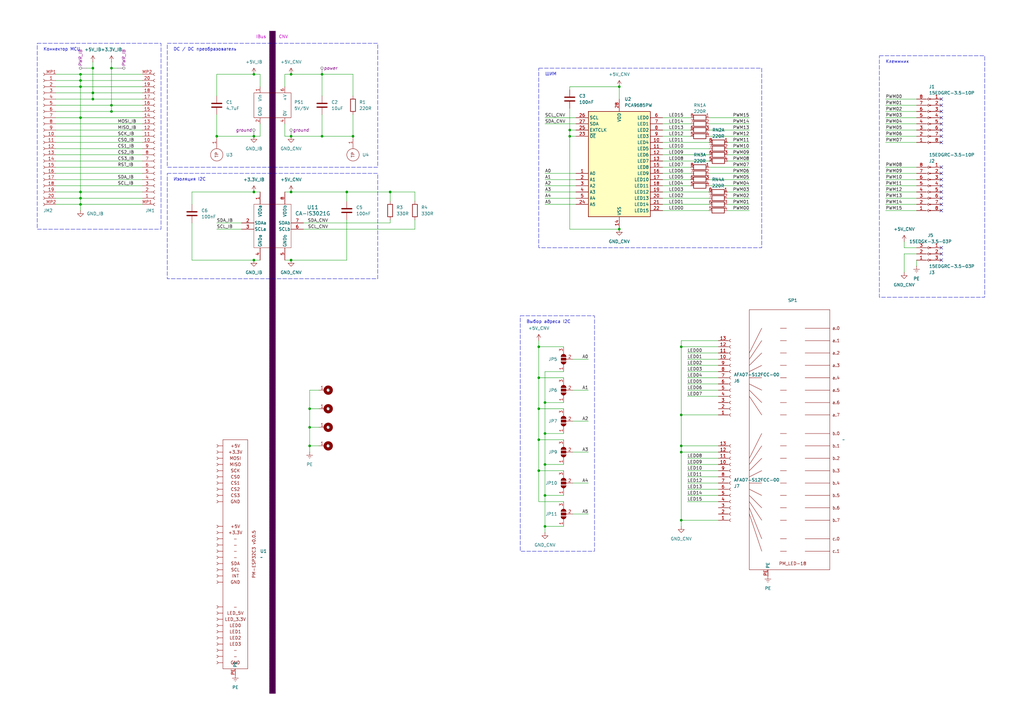
<source format=kicad_sch>
(kicad_sch (version 20250114) (generator "eeschema") (generator_version "9.0")
  (paper "A3")
  (title_block (title "${article} v${version}"))
  (rectangle (start 220.98 27.94) (end 312.42 101.6) (stroke (width 0) (type dash)))
  (rectangle (start 110.49 12.7) (end 113.03 284.48) (stroke (width 0) (type dot) (color 72 0 72 1)) (fill (type color) (color 72 0 72 1)))
  (rectangle (start 15.24 17.78) (end 66.04 93.98) (stroke (width 0) (type dash)))
  (rectangle (start 68.58 71.12) (end 154.94 114.3) (stroke (width 0) (type dash)))
  (rectangle (start 213.36 129.54) (end 243.84 226.06) (stroke (width 0) (type dash)))
  (rectangle (start 360.68 22.86) (end 403.86 121.92) (stroke (width 0) (type dash)))
  (rectangle (start 68.58 17.78) (end 154.94 68.58) (stroke (width 0) (type dash)))
  (text "ШИМ" (at 223.52 30.48 0) (effects (font (size 1.27 1.27)) (justify left)))
  (text "IBus" (at 109.22 15.24 0) (effects (font (size 1.27 1.27)) (justify right)))
  (text "DC / DC преобразователь" (at 71.12 20.32 0) (effects (font (size 1.27 1.27)) (justify left)))
  (text "Клеммник" (at 363.22 25.4 0) (effects (font (size 1.27 1.27)) (justify left)))
  (text "Выбор адреса I2C" (at 215.9 132.08 0) (effects (font (size 1.27 1.27)) (justify left)))
  (text "CNV" (at 114.3 15.24 0) (effects (font (size 1.27 1.27)) (justify left)))
  (text "Коннектор MCU" (at 17.78 20.32 0) (effects (font (size 1.27 1.27)) (justify left)))
  (text "Изоляция I2C" (at 71.12 73.66 0) (effects (font (size 1.27 1.27)) (justify left)))
  (junction (at 119.38 30.48))
  (junction (at 104.14 106.68))
  (junction (at 220.98 180.34))
  (junction (at 132.08 55.88))
  (junction (at 38.1 38.1))
  (junction (at 223.52 203.2))
  (junction (at 104.14 78.74))
  (junction (at 33.02 35.56))
  (junction (at 233.68 53.34))
  (junction (at 233.68 55.88))
  (junction (at 127 175.26))
  (junction (at 104.14 30.48))
  (junction (at 220.98 167.64))
  (junction (at 132.08 30.48))
  (junction (at 127 182.88))
  (junction (at 104.14 55.88))
  (junction (at 279.4 213.36))
  (junction (at 119.38 106.68))
  (junction (at 144.78 55.88))
  (junction (at 223.52 177.8))
  (junction (at 45.72 45.72))
  (junction (at 279.4 185.42))
  (junction (at 279.4 182.88))
  (junction (at 119.38 55.88))
  (junction (at 220.98 154.94))
  (junction (at 279.4 142.24))
  (junction (at 220.98 142.24))
  (junction (at 33.02 83.82))
  (junction (at 88.9 55.88))
  (junction (at 254 93.98))
  (junction (at 119.38 78.74))
  (junction (at 33.02 33.02))
  (junction (at 160.02 78.74))
  (junction (at 223.52 215.9))
  (junction (at 127 167.64))
  (junction (at 45.72 27.94))
  (junction (at 279.4 170.18))
  (junction (at 142.24 78.74))
  (junction (at 254 35.56))
  (junction (at 220.98 193.04))
  (junction (at 33.02 48.26))
  (junction (at 223.52 190.5))
  (junction (at 223.52 165.1))
  (junction (at 33.02 78.74))
  (junction (at 33.02 30.48))
  (junction (at 38.1 27.94))
  (junction (at 45.72 43.18))
  (junction (at 33.02 81.28))
  (junction (at 38.1 40.64))
  (no_connect (at 386.08 76.2))
  (no_connect (at 386.08 43.18))
  (no_connect (at 386.08 86.36))
  (no_connect (at 386.08 101.6))
  (no_connect (at 386.08 78.74))
  (no_connect (at 386.08 83.82))
  (no_connect (at 386.08 81.28))
  (no_connect (at 386.08 55.88))
  (no_connect (at 386.08 45.72))
  (no_connect (at 386.08 53.34))
  (no_connect (at 386.08 50.8))
  (no_connect (at 386.08 68.58))
  (no_connect (at 386.08 106.68))
  (no_connect (at 386.08 73.66))
  (no_connect (at 386.08 48.26))
  (no_connect (at 386.08 58.42))
  (no_connect (at 386.08 40.64))
  (no_connect (at 386.08 71.12))
  (no_connect (at 386.08 104.14))
  (wire (pts (xy 127 182.88) (xy 130.81 182.88)))
  (wire (pts (xy 104.14 30.48) (xy 106.68 30.48)))
  (wire (pts (xy 33.02 35.56) (xy 33.02 48.26)))
  (wire (pts (xy 234.95 185.42) (xy 241.3 185.42)))
  (wire (pts (xy 271.78 58.42) (xy 290.83 58.42)))
  (wire (pts (xy 22.86 71.12) (xy 58.42 71.12)))
  (wire (pts (xy 298.45 66.04) (xy 307.34 66.04)))
  (wire (pts (xy 231.14 190.5) (xy 223.52 190.5)))
  (wire (pts (xy 271.78 55.88) (xy 283.21 55.88)))
  (wire (pts (xy 88.9 93.98) (xy 99.06 93.98)))
  (wire (pts (xy 363.22 43.18) (xy 375.92 43.18)))
  (wire (pts (xy 88.9 30.48) (xy 104.14 30.48)))
  (wire (pts (xy 33.02 83.82) (xy 58.42 83.82)))
  (wire (pts (xy 290.83 71.12) (xy 307.34 71.12)))
  (wire (pts (xy 231.14 154.94) (xy 220.98 154.94)))
  (wire (pts (xy 298.3511 81.28) (xy 307.34 81.28)))
  (wire (pts (xy 223.52 71.12) (xy 236.22 71.12)))
  (wire (pts (xy 279.4 185.42) (xy 279.4 213.36)))
  (wire (pts (xy 298.3511 78.74) (xy 307.34 78.74)))
  (wire (pts (xy 22.86 38.1) (xy 38.1 38.1)))
  (wire (pts (xy 375.92 106.68) (xy 375.92 109.22)))
  (wire (pts (xy 160.02 90.17) (xy 160.02 91.44)))
  (wire (pts (xy 271.78 76.2) (xy 283.21 76.2)))
  (wire (pts (xy 38.1 38.1) (xy 38.1 40.64)))
  (wire (pts (xy 132.08 46.99) (xy 132.08 55.88)))
  (wire (pts (xy 220.98 154.94) (xy 220.98 142.24)))
  (wire (pts (xy 223.52 190.5) (xy 223.52 203.2)))
  (wire (pts (xy 22.86 35.56) (xy 33.02 35.56)))
  (wire (pts (xy 116.84 30.48) (xy 116.84 35.56)))
  (wire (pts (xy 22.86 55.88) (xy 58.42 55.88)))
  (wire (pts (xy 363.22 83.82) (xy 375.92 83.82)))
  (wire (pts (xy 290.83 68.58) (xy 307.34 68.58)))
  (wire (pts (xy 223.52 50.8) (xy 236.22 50.8)))
  (wire (pts (xy 375.92 104.14) (xy 370.84 104.14)))
  (wire (pts (xy 233.68 93.98) (xy 254 93.98)))
  (wire (pts (xy 271.78 53.34) (xy 283.21 53.34)))
  (wire (pts (xy 106.68 50.8) (xy 106.68 55.88)))
  (wire (pts (xy 160.02 78.74) (xy 160.02 82.55)))
  (wire (pts (xy 116.84 55.88) (xy 119.38 55.88)))
  (wire (pts (xy 22.86 53.34) (xy 58.42 53.34)))
  (wire (pts (xy 370.84 104.14) (xy 370.84 111.76)))
  (wire (pts (xy 271.78 50.8) (xy 283.21 50.8)))
  (wire (pts (xy 33.02 81.28) (xy 33.02 83.82)))
  (wire (pts (xy 290.83 48.26) (xy 307.34 48.26)))
  (wire (pts (xy 142.24 82.55) (xy 142.24 78.74)))
  (wire (pts (xy 279.4 139.7) (xy 279.4 142.24)))
  (wire (pts (xy 116.84 78.74) (xy 119.38 78.74)))
  (wire (pts (xy 298.3511 86.36) (xy 307.34 86.36)))
  (wire (pts (xy 231.14 165.1) (xy 223.52 165.1)))
  (wire (pts (xy 144.78 39.37) (xy 144.78 30.48)))
  (wire (pts (xy 223.52 73.66) (xy 236.22 73.66)))
  (wire (pts (xy 88.9 39.37) (xy 88.9 30.48)))
  (wire (pts (xy 271.78 63.5) (xy 290.83 63.5)))
  (wire (pts (xy 33.02 81.28) (xy 58.42 81.28)))
  (wire (pts (xy 33.02 78.74) (xy 58.42 78.74)))
  (wire (pts (xy 33.02 78.74) (xy 33.02 81.28)))
  (wire (pts (xy 363.22 73.66) (xy 375.92 73.66)))
  (wire (pts (xy 38.1 40.64) (xy 58.42 40.64)))
  (wire (pts (xy 78.74 91.44) (xy 78.74 106.68)))
  (wire (pts (xy 22.86 78.74) (xy 33.02 78.74)))
  (wire (pts (xy 294.64 170.18) (xy 279.4 170.18)))
  (wire (pts (xy 45.72 27.94) (xy 45.72 43.18)))
  (wire (pts (xy 236.22 53.34) (xy 233.68 53.34)))
  (wire (pts (xy 119.38 30.48) (xy 132.08 30.48)))
  (wire (pts (xy 38.1 25.4) (xy 38.1 27.94)))
  (wire (pts (xy 254 35.56) (xy 254 40.64)))
  (wire (pts (xy 223.52 177.8) (xy 223.52 190.5)))
  (wire (pts (xy 223.52 215.9) (xy 223.52 218.44)))
  (wire (pts (xy 220.98 193.04) (xy 220.98 205.74)))
  (wire (pts (xy 130.81 160.02) (xy 127 160.02)))
  (wire (pts (xy 231.14 205.74) (xy 220.98 205.74)))
  (wire (pts (xy 363.22 76.2) (xy 375.92 76.2)))
  (wire (pts (xy 281.94 160.02) (xy 294.64 160.02)))
  (wire (pts (xy 22.86 68.58) (xy 58.42 68.58)))
  (wire (pts (xy 363.22 55.88) (xy 375.92 55.88)))
  (wire (pts (xy 223.52 83.82) (xy 236.22 83.82)))
  (wire (pts (xy 279.4 182.88) (xy 279.4 185.42)))
  (wire (pts (xy 279.4 170.18) (xy 279.4 182.88)))
  (wire (pts (xy 33.02 33.02) (xy 58.42 33.02)))
  (wire (pts (xy 106.68 106.68) (xy 104.14 106.68)))
  (wire (pts (xy 281.94 157.48) (xy 294.64 157.48)))
  (wire (pts (xy 271.78 48.26) (xy 283.21 48.26)))
  (wire (pts (xy 271.78 68.58) (xy 283.21 68.58)))
  (wire (pts (xy 281.94 198.12) (xy 294.64 198.12)))
  (wire (pts (xy 144.78 46.99) (xy 144.78 55.88)))
  (wire (pts (xy 119.38 55.88) (xy 132.08 55.88)))
  (wire (pts (xy 142.24 90.17) (xy 142.24 106.68)))
  (wire (pts (xy 220.98 167.64) (xy 220.98 154.94)))
  (wire (pts (xy 22.86 58.42) (xy 58.42 58.42)))
  (wire (pts (xy 130.81 175.26) (xy 127 175.26)))
  (wire (pts (xy 33.02 48.26) (xy 58.42 48.26)))
  (wire (pts (xy 22.86 73.66) (xy 58.42 73.66)))
  (wire (pts (xy 294.64 142.24) (xy 279.4 142.24)))
  (wire (pts (xy 233.68 53.34) (xy 233.68 55.88)))
  (wire (pts (xy 88.9 46.99) (xy 88.9 55.88)))
  (wire (pts (xy 78.74 78.74) (xy 104.14 78.74)))
  (wire (pts (xy 22.86 76.2) (xy 58.42 76.2)))
  (wire (pts (xy 375.92 101.6) (xy 370.84 101.6)))
  (wire (pts (xy 33.02 83.82) (xy 33.02 86.36)))
  (wire (pts (xy 271.78 71.12) (xy 283.21 71.12)))
  (wire (pts (xy 144.78 55.88) (xy 132.08 55.88)))
  (wire (pts (xy 22.86 60.96) (xy 58.42 60.96)))
  (wire (pts (xy 104.14 55.88) (xy 106.68 55.88)))
  (wire (pts (xy 281.94 152.4) (xy 294.64 152.4)))
  (wire (pts (xy 231.14 180.34) (xy 220.98 180.34)))
  (wire (pts (xy 231.14 167.64) (xy 220.98 167.64)))
  (wire (pts (xy 281.94 149.86) (xy 294.64 149.86)))
  (wire (pts (xy 22.86 30.48) (xy 33.02 30.48)))
  (wire (pts (xy 119.38 106.68) (xy 116.84 106.68)))
  (wire (pts (xy 234.95 210.82) (xy 241.3 210.82)))
  (wire (pts (xy 231.14 177.8) (xy 223.52 177.8)))
  (wire (pts (xy 298.45 58.42) (xy 307.34 58.42)))
  (wire (pts (xy 33.02 30.48) (xy 58.42 30.48)))
  (wire (pts (xy 104.14 78.74) (xy 106.68 78.74)))
  (wire (pts (xy 45.72 45.72) (xy 58.42 45.72)))
  (wire (pts (xy 119.38 78.74) (xy 142.24 78.74)))
  (wire (pts (xy 223.52 76.2) (xy 236.22 76.2)))
  (wire (pts (xy 22.86 81.28) (xy 33.02 81.28)))
  (wire (pts (xy 363.22 68.58) (xy 375.92 68.58)))
  (wire (pts (xy 281.94 203.2) (xy 294.64 203.2)))
  (wire (pts (xy 363.22 45.72) (xy 375.92 45.72)))
  (wire (pts (xy 223.52 78.74) (xy 236.22 78.74)))
  (wire (pts (xy 233.68 55.88) (xy 236.22 55.88)))
  (wire (pts (xy 363.22 71.12) (xy 375.92 71.12)))
  (wire (pts (xy 281.94 205.74) (xy 294.64 205.74)))
  (wire (pts (xy 231.14 203.2) (xy 223.52 203.2)))
  (wire (pts (xy 290.83 73.66) (xy 307.34 73.66)))
  (wire (pts (xy 290.83 50.8) (xy 307.34 50.8)))
  (wire (pts (xy 231.14 193.04) (xy 220.98 193.04)))
  (wire (pts (xy 160.02 78.74) (xy 170.18 78.74)))
  (wire (pts (xy 22.86 45.72) (xy 45.72 45.72)))
  (wire (pts (xy 124.46 93.98) (xy 170.18 93.98)))
  (wire (pts (xy 279.4 142.24) (xy 279.4 170.18)))
  (wire (pts (xy 281.94 190.5) (xy 294.64 190.5)))
  (wire (pts (xy 170.18 78.74) (xy 170.18 82.55)))
  (wire (pts (xy 22.86 50.8) (xy 58.42 50.8)))
  (wire (pts (xy 363.22 81.28) (xy 375.92 81.28)))
  (wire (pts (xy 130.81 167.64) (xy 127 167.64)))
  (wire (pts (xy 271.78 73.66) (xy 283.21 73.66)))
  (wire (pts (xy 38.1 38.1) (xy 58.42 38.1)))
  (wire (pts (xy 78.74 83.82) (xy 78.74 78.74)))
  (wire (pts (xy 220.98 139.7) (xy 220.98 142.24)))
  (wire (pts (xy 298.45 63.5) (xy 307.34 63.5)))
  (wire (pts (xy 281.94 195.58) (xy 294.64 195.58)))
  (wire (pts (xy 294.64 213.36) (xy 279.4 213.36)))
  (wire (pts (xy 223.52 152.4) (xy 223.52 165.1)))
  (wire (pts (xy 271.78 66.04) (xy 290.83 66.04)))
  (wire (pts (xy 220.98 167.64) (xy 220.98 180.34)))
  (wire (pts (xy 127 160.02) (xy 127 167.64)))
  (wire (pts (xy 298.3511 83.82) (xy 307.34 83.82)))
  (wire (pts (xy 22.86 48.26) (xy 33.02 48.26)))
  (wire (pts (xy 170.18 90.17) (xy 170.18 93.98)))
  (wire (pts (xy 271.78 83.82) (xy 290.7311 83.82)))
  (wire (pts (xy 124.46 91.44) (xy 160.02 91.44)))
  (wire (pts (xy 231.14 152.4) (xy 223.52 152.4)))
  (wire (pts (xy 127 185.42) (xy 127 182.88)))
  (wire (pts (xy 142.24 78.74) (xy 160.02 78.74)))
  (wire (pts (xy 33.02 33.02) (xy 33.02 35.56)))
  (wire (pts (xy 363.22 58.42) (xy 375.92 58.42)))
  (wire (pts (xy 281.94 200.66) (xy 294.64 200.66)))
  (wire (pts (xy 281.94 193.04) (xy 294.64 193.04)))
  (wire (pts (xy 290.83 55.88) (xy 307.34 55.88)))
  (wire (pts (xy 294.64 182.88) (xy 279.4 182.88)))
  (wire (pts (xy 142.24 106.68) (xy 119.38 106.68)))
  (wire (pts (xy 298.45 60.96) (xy 307.34 60.96)))
  (wire (pts (xy 22.86 40.64) (xy 38.1 40.64)))
  (wire (pts (xy 22.86 43.18) (xy 45.72 43.18)))
  (wire (pts (xy 33.02 48.26) (xy 33.02 78.74)))
  (wire (pts (xy 234.95 198.12) (xy 241.3 198.12)))
  (wire (pts (xy 363.22 86.36) (xy 375.92 86.36)))
  (wire (pts (xy 116.84 30.48) (xy 119.38 30.48)))
  (wire (pts (xy 281.94 147.32) (xy 294.64 147.32)))
  (wire (pts (xy 38.1 27.94) (xy 38.1 38.1)))
  (wire (pts (xy 106.68 30.48) (xy 106.68 35.56)))
  (wire (pts (xy 45.72 43.18) (xy 45.72 45.72)))
  (wire (pts (xy 22.86 33.02) (xy 33.02 33.02)))
  (wire (pts (xy 233.68 55.88) (xy 233.68 93.98)))
  (wire (pts (xy 271.78 81.28) (xy 290.7311 81.28)))
  (wire (pts (xy 234.95 172.72) (xy 241.3 172.72)))
  (wire (pts (xy 104.14 106.68) (xy 78.74 106.68)))
  (wire (pts (xy 281.94 162.56) (xy 294.64 162.56)))
  (wire (pts (xy 271.78 60.96) (xy 290.83 60.96)))
  (wire (pts (xy 33.02 35.56) (xy 58.42 35.56)))
  (wire (pts (xy 234.95 147.32) (xy 241.3 147.32)))
  (wire (pts (xy 223.52 203.2) (xy 223.52 215.9)))
  (wire (pts (xy 116.84 50.8) (xy 116.84 55.88)))
  (wire (pts (xy 363.22 50.8) (xy 375.92 50.8)))
  (wire (pts (xy 45.72 25.4) (xy 45.72 27.94)))
  (wire (pts (xy 281.94 187.96) (xy 294.64 187.96)))
  (wire (pts (xy 281.94 144.78) (xy 294.64 144.78)))
  (wire (pts (xy 290.83 76.2) (xy 307.34 76.2)))
  (wire (pts (xy 233.68 35.56) (xy 254 35.56)))
  (wire (pts (xy 233.68 44.45) (xy 233.68 53.34)))
  (wire (pts (xy 279.4 213.36) (xy 279.4 215.9)))
  (wire (pts (xy 144.78 30.48) (xy 132.08 30.48)))
  (wire (pts (xy 22.86 83.82) (xy 33.02 83.82)))
  (wire (pts (xy 132.08 39.37) (xy 132.08 30.48)))
  (wire (pts (xy 22.86 66.04) (xy 58.42 66.04)))
  (wire (pts (xy 290.83 53.34) (xy 307.34 53.34)))
  (wire (pts (xy 363.22 40.64) (xy 375.92 40.64)))
  (wire (pts (xy 294.64 139.7) (xy 279.4 139.7)))
  (wire (pts (xy 231.14 215.9) (xy 223.52 215.9)))
  (wire (pts (xy 234.95 160.02) (xy 241.3 160.02)))
  (wire (pts (xy 223.52 48.26) (xy 236.22 48.26)))
  (wire (pts (xy 35.56 27.94) (xy 38.1 27.94)))
  (wire (pts (xy 370.84 101.6) (xy 370.84 99.06)))
  (wire (pts (xy 22.86 63.5) (xy 58.42 63.5)))
  (wire (pts (xy 281.94 154.94) (xy 294.64 154.94)))
  (wire (pts (xy 363.22 53.34) (xy 375.92 53.34)))
  (wire (pts (xy 294.64 185.42) (xy 279.4 185.42)))
  (wire (pts (xy 223.52 165.1) (xy 223.52 177.8)))
  (wire (pts (xy 33.02 30.48) (xy 33.02 33.02)))
  (wire (pts (xy 220.98 142.24) (xy 231.14 142.24)))
  (wire (pts (xy 127 167.64) (xy 127 175.26)))
  (wire (pts (xy 363.22 78.74) (xy 375.92 78.74)))
  (wire (pts (xy 220.98 180.34) (xy 220.98 193.04)))
  (wire (pts (xy 45.72 43.18) (xy 58.42 43.18)))
  (wire (pts (xy 363.22 48.26) (xy 375.92 48.26)))
  (wire (pts (xy 88.9 55.88) (xy 104.14 55.88)))
  (wire (pts (xy 233.68 36.83) (xy 233.68 35.56)))
  (wire (pts (xy 271.78 78.74) (xy 290.7311 78.74)))
  (wire (pts (xy 48.26 27.94) (xy 45.72 27.94)))
  (wire (pts (xy 88.9 91.44) (xy 99.06 91.44)))
  (wire (pts (xy 223.52 81.28) (xy 236.22 81.28)))
  (wire (pts (xy 271.78 86.36) (xy 290.7311 86.36)))
  (wire (pts (xy 127 175.26) (xy 127 182.88)))
  (label "PWM02" (at 307.34 81.28 180))
  (label "PWM03" (at 307.34 78.74 180))
  (label "LED00" (at 281.94 144.78 0))
  (label "SDA_CNV" (at 223.52 50.8 0))
  (label "PWM15" (at 363.22 86.36 0))
  (label "SCL_IB" (at 48.26 76.2 0))
  (label "PWM04" (at 363.22 50.8 0))
  (label "SDA_IB" (at 48.26 73.66 0))
  (label "PWM01" (at 363.22 43.18 0))
  (label "LED13" (at 281.94 200.66 0))
  (label "SCL_IB" (at 88.9 93.98 0))
  (label "LED04" (at 281.94 154.94 0))
  (label "LED04" (at 274.2654 76.2 0))
  (label "A1" (at 241.3 160.02 180))
  (label "A3" (at 241.3 185.42 180))
  (label "A2" (at 241.3 172.72 180))
  (label "LED08" (at 281.94 187.96 0))
  (label "PWM04" (at 307.34 76.2 180))
  (label "PWM14" (at 307.34 50.8 180))
  (label "CS0_IB" (at 48.26 58.42 0))
  (label "PWM00" (at 363.22 40.64 0))
  (label "PWM08" (at 363.22 68.58 0))
  (label "MISO_IB" (at 48.26 53.34 0))
  (label "PWM03" (at 363.22 48.26 0))
  (label "LED09" (at 281.94 190.5 0))
  (label "PWM10" (at 307.34 60.96 180))
  (label "PWM07" (at 307.34 68.58 180))
  (label "LED06" (at 281.94 160.02 0))
  (label "A2" (at 223.52 76.2 0))
  (label "MOSI_IB" (at 48.26 50.8 0))
  (label "LED12" (at 281.94 198.12 0))
  (label "LED15" (at 281.94 205.74 0))
  (label "A4" (at 223.52 81.28 0))
  (label "PWM11" (at 307.34 58.42 180))
  (label "LED12" (at 274.32 55.88 0))
  (label "LED01" (at 274.32 83.82 0))
  (label "LED03" (at 281.94 152.4 0))
  (label "A0" (at 223.52 71.12 0))
  (label "LED05" (at 281.94 157.48 0))
  (label "LED09" (at 274.2654 63.5 0))
  (label "A0" (at 241.3 147.32 180))
  (label "LED07" (at 274.32 68.58 0))
  (label "PWM02" (at 363.22 45.72 0))
  (label "PWM15" (at 307.34 48.26 180))
  (label "LED02" (at 274.32 81.28 0))
  (label "PWM06" (at 363.22 55.88 0))
  (label "PWM11" (at 363.22 76.2 0))
  (label "SCL_CNV" (at 223.52 48.26 0))
  (label "LED07" (at 281.94 162.56 0))
  (label "LED08" (at 274.32 66.04 0))
  (label "PWM06" (at 307.34 71.12 180))
  (label "SCL_CNV" (at 134.62 93.98 180))
  (label "PWM09" (at 363.22 71.12 0))
  (label "A3" (at 223.52 78.74 0))
  (label "A4" (at 241.3 198.12 180))
  (label "LED11" (at 274.32 58.42 0))
  (label "CS1_IB" (at 48.26 60.96 0))
  (label "A1" (at 223.52 73.66 0))
  (label "LED00" (at 274.32 86.36 0))
  (label "SDA_IB" (at 88.9 91.44 0))
  (label "PWM12" (at 363.22 78.74 0))
  (label "CS3_IB" (at 48.26 66.04 0))
  (label "LED05" (at 274.32 73.66 0))
  (label "PWM00" (at 307.34 86.36 180))
  (label "SDA_CNV" (at 134.62 91.44 180))
  (label "PWM10" (at 363.22 73.66 0))
  (label "PWM09" (at 307.34 63.5 180))
  (label "PWM13" (at 363.22 81.28 0))
  (label "LED01" (at 281.94 147.32 0))
  (label "PWM14" (at 363.22 83.82 0))
  (label "LED13" (at 274.32 53.34 0))
  (label "PWM07" (at 363.22 58.42 0))
  (label "LED14" (at 274.32 50.8 0))
  (label "PWM05" (at 363.22 53.34 0))
  (label "LED03" (at 274.2654 78.74 0))
  (label "PWM01" (at 307.34 83.82 180))
  (label "LED14" (at 281.94 203.2 0))
  (label "SCK_IB" (at 48.26 55.88 0))
  (label "PWM05" (at 307.34 73.66 180))
  (label "LED10" (at 274.32 60.96 0))
  (label "PWM12" (at 307.34 55.88 180))
  (label "LED02" (at 281.94 149.86 0))
  (label "A5" (at 241.3 210.82 180))
  (label "CS2_IB" (at 48.26 63.5 0))
  (label "LED10" (at 281.94 193.04 0))
  (label "PWM13" (at 307.34 53.34 180))
  (label "RST_IB" (at 48.26 68.58 0))
  (label "LED11" (at 281.94 195.58 0))
  (label "LED15" (at 274.32 48.26 0))
  (label "A5" (at 223.52 83.82 0))
  (label "PWM08" (at 307.34 66.04 180))
  (label "LED06" (at 274.32 71.12 0))
  (netclass_flag "" (length 2.54) (shape round) (at 35.56 27.94 90) (property "Netclass" "PWR_IB" (at 33.02 27.2415 90) (effects (font (italic yes)) (justify left))))
  (netclass_flag "" (length 2.54) (shape round) (at 119.38 55.88 0) (property "Netclass" "ground" (at 120.0785 53.34 0) (effects (font (italic yes)) (justify left))))
  (netclass_flag "" (length 2.54) (shape round) (at 104.14 55.88 0) (property "Netclass" "ground" (at 103.4415 53.34 0) (effects (font (italic yes)) (justify right))))
  (netclass_flag "" (length 2.54) (shape round) (at 48.26 27.94 270) (property "Netclass" "PWR_IB" (at 50.8 27.2415 90) (effects (font (italic yes)) (justify left))))
  (netclass_flag "" (length 2.54) (shape round) (at 132.08 30.48 0) (property "Netclass" "power" (at 132.7785 27.94 0) (effects (font (italic yes)) (justify left))))
  (symbol (lib_id "kicad_inventree_lib:R_330R_0603_1%") (at 170.18 86.36 0) (unit 1)
    (property "Reference" "R4" (at 172.72 85.0899 0) (effects (justify left)))
    (property "Value" "330R" (at 172.72 87.6299 0) (effects (justify left)))
    (property "Footprint" "kicad_inventree_lib:R_0603_1608Metric" (effects (hide yes)))
    (property "Datasheet" "http://inventree.network/part/235/" (effects (hide yes)))
    (property "Description" "Resistor" (effects (hide yes)))
    (property "part_ipn" "R_330R_0603_1%" (effects (hide yes)))
  )
  (symbol (lib_id "kicad_inventree_lib:C_100nF_16V_0603_MLCC-X7R") (at 233.68 40.64 0) (unit 1)
    (property "Reference" "C3" (at 237.49 39.3699 0) (effects (justify left)))
    (property "Value" "100nF" (at 237.49 41.9099 0) (effects (justify left)))
    (property "Footprint" "Capacitor_SMD:C_0603_1608Metric" (effects (hide yes)))
    (property "Datasheet" "http://inventree.network/part/221" (effects (hide yes)))
    (property "Description" "Unpolarized capacitor" (effects (hide yes)))
    (property "part_ipn" "C_100nF_16V_0603_MLCC-X7R" (effects (hide yes)))
  )
  (symbol (lib_id "kicad_inventree_lib: C_4.7uF_16V_0805_MLCC-X7R") (at 88.9 43.18 0) (unit 1)
    (property "Reference" "C1" (at 92.71 41.9099 0) (effects (justify left)))
    (property "Value" "4.7uF" (at 92.71 44.4499 0) (effects (justify left)))
    (property "Footprint" "kicad_inventree_lib:C_0805_2012Metric" (effects (hide yes)))
    (property "Datasheet" "http://inventree.network/part/300" (effects (hide yes)))
    (property "Description" "Unpolarized capacitor" (effects (hide yes)))
    (property "part_ipn" " C_4.7uF_16V_0805_MLCC-X7R" (effects (hide yes)))
  )
  (symbol (lib_id "kicad_inventree_lib:R_220R_0603_1%") (at 144.78 43.18 0) (unit 1)
    (property "Reference" "R1" (at 147.32 41.9099 0) (effects (justify left)))
    (property "Value" "220R" (at 147.32 44.4499 0) (effects (justify left)))
    (property "Footprint" "kicad_inventree_lib:R_0603_1608Metric" (effects (hide yes)))
    (property "Datasheet" "http://inventree.network/web/part/351/details" (effects (hide yes)))
    (property "Description" "Resistor" (effects (hide yes)))
    (property "part_ipn" "R_220R_0603_1%" (effects (hide yes)))
  )
  (symbol (lib_id "kicad_inventree_lib:R_220R_0603x4_1%") (at 294.5411 86.36 90) (unit 4)
    (property "Reference" "RN4" (effects (hide yes)))
    (property "Value" "220R" (effects (hide yes)))
    (property "Footprint" "kicad_inventree_lib:R_Array_Convex_4x0603" (effects (hide yes)))
    (property "Description" "4 resistor network, parallel topology, split" (effects (hide yes)))
    (property "part_ipn" "R_220R_0603x4_1%" (effects (hide yes)))
  )
  (symbol (lib_id "kicad_inventree_lib:R_220R_0603x4_1%") (at 294.5411 83.82 90) (unit 3)
    (property "Reference" "RN4" (effects (hide yes)))
    (property "Value" "220R" (effects (hide yes)))
    (property "Footprint" "kicad_inventree_lib:R_Array_Convex_4x0603" (effects (hide yes)))
    (property "Description" "4 resistor network, parallel topology, split" (effects (hide yes)))
    (property "part_ipn" "R_220R_0603x4_1%" (effects (hide yes)))
  )
  (symbol (lib_id "power:+5V") (at 370.84 99.06 0) (unit 1)
    (property "Reference" "#PWR018" (effects (hide yes)))
    (property "Value" "+5V_CNV" (at 370.84 93.98 0))
    (property "Description" "Power symbol creates a global label with name \"+5V\"" (effects (hide yes)))
  )
  (symbol (lib_id "power:+5V") (at 119.38 78.74 0) (unit 1)
    (property "Reference" "#PWR029" (effects (hide yes)))
    (property "Value" "+5V_CNV" (at 119.38 73.66 0))
    (property "Description" "Power symbol creates a global label with name \"+5V\"" (effects (hide yes)))
  )
  (symbol (lib_id "power:+5V") (at 45.72 25.4 0) (unit 1)
    (property "Reference" "#PWR02" (effects (hide yes)))
    (property "Value" "+3.3V_IB" (at 45.72 20.32 0))
    (property "Description" "Power symbol creates a global label with name \"+5V\"" (effects (hide yes)))
  )
  (symbol (lib_id "kicad_inventree_lib:PM-ESP32C3_v0.0.7") (at 96.52 177.8 0) (unit 1) (in_bom no)
    (property "Reference" "U1" (at 106.68 226.0599 0) (effects (justify left)))
    (property "Value" "~" (at 106.68 228.5999 0) (effects (justify left)))
    (property "Footprint" "kicad_inventree_lib:PM-ESP32C3_v0.0.7" (effects (hide yes)))
    (property "part_ipn" "PM_MCU-ESP32_C3-v0.0.7" (effects (hide yes)))
  )
  (symbol (lib_id "kicad_inventree_lib:5117") (at 88.9 55.88 270) (unit 1)
    (property "Reference" "U3" (at 92.71 63.4999 90) (effects (justify left)))
    (property "Value" "5117" (effects (hide yes)))
    (property "Footprint" "kicad_inventree_lib:5117" (effects (hide yes)))
    (property "Datasheet" "http://inventree.network/part/282/" (effects (hide yes)))
    (property "Description" "KEYSTONE - 5117 - TEST POINT, PCB, BLUE, THROUGH HOLE" (effects (hide yes)))
    (property "part_ipn" "Keystone_5117" (effects (hide yes)))
  )
  (symbol (lib_id "kicad_inventree_lib:15EDGK-3.5-08P") (at 381 78.74 0) (unit 1) (on_board no)
    (property "Reference" "J9" (effects (hide yes)))
    (property "Value" "15EDGK-3.5-10P" (effects (hide yes)))
    (property "Datasheet" "http://inventree.network/part/248/" (effects (hide yes)))
    (property "Description" "Generic connector, single row, 01x10, script generated" (effects (hide yes)))
    (property "part_ipn" "15EDGK-3.5-08P" (effects (hide yes)))
  )
  (symbol (lib_id "power:GND") (at 104.14 106.68 0) (unit 1)
    (property "Reference" "#PWR024" (effects (hide yes)))
    (property "Value" "GND_IB" (at 104.14 111.76 0))
    (property "Description" "Power symbol creates a global label with name \"GND\" , ground" (effects (hide yes)))
  )
  (symbol (lib_id "kicad_inventree_lib:R_220R_0603x4_1%") (at 287.02 53.34 90) (unit 3)
    (property "Reference" "RN1" (effects (hide yes)))
    (property "Value" "220R" (effects (hide yes)))
    (property "Footprint" "kicad_inventree_lib:R_Array_Convex_4x0603" (effects (hide yes)))
    (property "Description" "4 resistor network, parallel topology, split" (effects (hide yes)))
    (property "part_ipn" "R_220R_0603x4_1%" (effects (hide yes)))
  )
  (symbol (lib_id "kicad_inventree_lib:SolderJumper_3_Open") (at 231.14 210.82 90) (unit 1) (in_bom no)
    (property "Reference" "JP11" (at 228.6 210.8199 90) (effects (justify left)))
    (property "Value" "SolderJumper_3_Open" (effects (hide yes)))
    (property "Footprint" "kicad_inventree_lib:SolderJumper-3_P1.3mm_Open_Pad1.0x1.5mm" (effects (hide yes)))
    (property "Description" "Solder Jumper, 3-pole, open" (effects (hide yes)))
  )
  (symbol (lib_id "kicad_inventree_lib:MountingHole_M4") (at 134.62 160.02 270) (unit 1) (exclude_from_sim yes) (in_bom no)
    (property "Reference" "H1" (effects (hide yes)))
    (property "Value" "M4" (effects (hide yes)))
    (property "Footprint" "kicad_inventree_lib:MountingHole_4.3mm_M4_Pad_Via" (effects (hide yes)))
  )
  (symbol (lib_id "kicad_inventree_lib:R_330R_0603_1%") (at 160.02 86.36 0) (unit 1)
    (property "Reference" "R3" (at 162.56 85.0899 0) (effects (justify left)))
    (property "Value" "330R" (at 162.56 87.6299 0) (effects (justify left)))
    (property "Footprint" "kicad_inventree_lib:R_0603_1608Metric" (effects (hide yes)))
    (property "Datasheet" "http://inventree.network/part/235/" (effects (hide yes)))
    (property "Description" "Resistor" (effects (hide yes)))
    (property "part_ipn" "R_330R_0603_1%" (effects (hide yes)))
  )
  (symbol (lib_id "power:GND") (at 279.4 215.9 0) (unit 1)
    (property "Reference" "#PWR015" (effects (hide yes)))
    (property "Value" "GND_CNV" (at 279.4 220.98 0))
    (property "Description" "Power symbol creates a global label with name \"GND\" , ground" (effects (hide yes)))
  )
  (symbol (lib_id "kicad_inventree_lib:MountingHole_M4") (at 134.62 175.26 270) (unit 1) (exclude_from_sim yes) (in_bom no)
    (property "Reference" "H3" (effects (hide yes)))
    (property "Value" "M4" (effects (hide yes)))
    (property "Footprint" "kicad_inventree_lib:MountingHole_4.3mm_M4_Pad_Via" (effects (hide yes)))
  )
  (symbol (lib_id "kicad_inventree_lib:C_100nF_16V_0603_MLCC-X7R") (at 142.24 86.36 0) (unit 1)
    (property "Reference" "C5" (at 146.05 85.0899 0) (effects (justify left)))
    (property "Value" "100nF" (at 146.05 87.6299 0) (effects (justify left)))
    (property "Footprint" "Capacitor_SMD:C_0603_1608Metric" (effects (hide yes)))
    (property "Datasheet" "http://inventree.network/part/221" (effects (hide yes)))
    (property "Description" "Unpolarized capacitor" (effects (hide yes)))
    (property "part_ipn" "C_100nF_16V_0603_MLCC-X7R" (effects (hide yes)))
  )
  (symbol (lib_id "power:GND") (at 223.52 218.44 0) (unit 1)
    (property "Reference" "#PWR012" (effects (hide yes)))
    (property "Value" "GND_CNV" (at 223.52 223.52 0))
    (property "Description" "Power symbol creates a global label with name \"GND\" , ground" (effects (hide yes)))
  )
  (symbol (lib_id "power:+5V") (at 38.1 25.4 0) (unit 1)
    (property "Reference" "#PWR01" (effects (hide yes)))
    (property "Value" "+5V_IB" (at 38.1 20.32 0))
    (property "Description" "Power symbol creates a global label with name \"+5V\"" (effects (hide yes)))
  )
  (symbol (lib_id "kicad_inventree_lib:AFA07-S12FCC-00") (at 299.72 160.02 0) (mirror x) (unit 1)
    (property "Reference" "J6" (at 300.99 156.2101 0) (effects (justify left)))
    (property "Value" "AFA07-S12FCC-00" (at 300.99 153.6701 0) (effects (justify left)))
    (property "Footprint" "kicad_inventree_lib:CONN10_AFA07-S12_JUS" (effects (hide yes)))
    (property "Datasheet" "http://inventree.network/web/part/285/details" (effects (hide yes)))
    (property "Description" "Generic connector, single row, 01x10, script generated" (effects (hide yes)))
    (property "part_ipn" "AFA07-S12FCC-00" (effects (hide yes)))
  )
  (symbol (lib_id "kicad_inventree_lib:SolderJumper_3_Open") (at 231.14 172.72 90) (unit 1) (in_bom no)
    (property "Reference" "JP7" (at 228.6 172.7199 90) (effects (justify left)))
    (property "Value" "SolderJumper_3_Open" (effects (hide yes)))
    (property "Footprint" "kicad_inventree_lib:SolderJumper-3_P1.3mm_Open_Pad1.0x1.5mm" (effects (hide yes)))
    (property "Description" "Solder Jumper, 3-pole, open" (effects (hide yes)))
  )
  (symbol (lib_id "kicad_inventree_lib:MountingHole_M4") (at 134.62 182.88 270) (unit 1) (exclude_from_sim yes) (in_bom no)
    (property "Reference" "H4" (effects (hide yes)))
    (property "Value" "M4" (effects (hide yes)))
    (property "Footprint" "kicad_inventree_lib:MountingHole_4.3mm_M4_Pad_Via" (effects (hide yes)))
  )
  (symbol (lib_id "kicad_inventree_lib:PCA9685PW") (at 254 66.04 0) (unit 1)
    (property "Reference" "U2" (at 256.1433 40.64 0) (effects (justify left)))
    (property "Value" "PCA9685PW" (at 256.1433 43.18 0) (effects (justify left)))
    (property "Footprint" "kicad_inventree_lib:TSSOP-28_4.4x9.7mm_P0.65mm" (effects (hide yes)))
    (property "Datasheet" "http://inventree.network/web/part/357/details" (effects (hide yes)))
    (property "Description" "16-channel 12-bit PWM Fm+ I2C-bus LED controller RGBA TSSOP" (effects (hide yes)))
    (property "part_ipn" "PCA9685PW" (effects (hide yes)))
  )
  (symbol (lib_id "kicad_inventree_lib:C_10uF_16V_0805_MLCC-X7R") (at 132.08 43.18 0) (unit 1)
    (property "Reference" "C2" (at 135.89 41.9099 0) (effects (justify left)))
    (property "Value" "10uF" (at 135.89 44.4499 0) (effects (justify left)))
    (property "Footprint" "kicad_inventree_lib:C_0805_2012Metric" (effects (hide yes)))
    (property "Datasheet" "http://inventree.network/part/271/" (effects (hide yes)))
    (property "Description" "Unpolarized capacitor" (effects (hide yes)))
    (property "part_ipn" "C_10uF_16V_0805_MLCC-X7R" (effects (hide yes)))
  )
  (symbol (lib_id "power:GND") (at 119.38 55.88 0) (unit 1)
    (property "Reference" "#PWR013" (effects (hide yes)))
    (property "Value" "GND_CNV" (at 119.38 60.96 0))
    (property "Description" "Power symbol creates a global label with name \"GND\" , ground" (effects (hide yes)))
  )
  (symbol (lib_id "power:+5V") (at 254 35.56 0) (unit 1)
    (property "Reference" "#PWR014" (effects (hide yes)))
    (property "Value" "+5V_CNV" (at 254 30.48 0))
    (property "Description" "Power symbol creates a global label with name \"+5V\"" (effects (hide yes)))
  )
  (symbol (lib_id "kicad_inventree_lib:SolderJumper_3_Open") (at 231.14 198.12 90) (unit 1) (in_bom no)
    (property "Reference" "JP10" (at 228.6 198.1199 90) (effects (justify left)))
    (property "Value" "SolderJumper_3_Open" (effects (hide yes)))
    (property "Footprint" "kicad_inventree_lib:SolderJumper-3_P1.3mm_Open_Pad1.0x1.5mm" (effects (hide yes)))
    (property "Description" "Solder Jumper, 3-pole, open" (effects (hide yes)))
  )
  (symbol (lib_id "kicad_inventree_lib:R_220R_0603x4_1%") (at 287.02 55.88 90) (unit 4)
    (property "Reference" "RN1" (effects (hide yes)))
    (property "Value" "220R" (effects (hide yes)))
    (property "Footprint" "kicad_inventree_lib:R_Array_Convex_4x0603" (effects (hide yes)))
    (property "Description" "4 resistor network, parallel topology, split" (effects (hide yes)))
    (property "part_ipn" "R_220R_0603x4_1%" (effects (hide yes)))
  )
  (symbol (lib_id "power:GND") (at 254 93.98 0) (unit 1)
    (property "Reference" "#PWR07" (effects (hide yes)))
    (property "Value" "GND_CNV" (at 254 99.06 0))
    (property "Description" "Power symbol creates a global label with name \"GND\" , ground" (effects (hide yes)))
  )
  (symbol (lib_id "kicad_inventree_lib:CA-IS3021G") (at 111.76 83.82 0) (unit 1)
    (property "Reference" "U11" (at 128.27 85.0198 0) (effects (font (size 1.524 1.524))))
    (property "Value" "CA-IS3021G" (at 128.27 87.5598 0) (effects (font (size 1.524 1.524))))
    (property "Footprint" "kicad_inventree_lib:SOICW8_CLG" (effects (hide yes)))
    (property "Datasheet" "http://inventree.network/web/part/315/details" (effects (hide yes)))
    (property "part_ipn" "CA-IS3021G" (effects (hide yes)))
  )
  (symbol (lib_id "power:GND") (at 119.38 106.68 0) (unit 1)
    (property "Reference" "#PWR031" (effects (hide yes)))
    (property "Value" "GND_CNV" (at 119.38 111.76 0))
    (property "Description" "Power symbol creates a global label with name \"GND\" , ground" (effects (hide yes)))
  )
  (symbol (lib_id "kicad_inventree_lib:R_220R_0603x4_1%") (at 287.02 71.12 90) (unit 2)
    (property "Reference" "RN3" (effects (hide yes)))
    (property "Value" "220R" (effects (hide yes)))
    (property "Footprint" "kicad_inventree_lib:R_Array_Convex_4x0603" (effects (hide yes)))
    (property "Description" "4 resistor network, parallel topology, split" (effects (hide yes)))
    (property "part_ipn" "R_220R_0603x4_1%" (effects (hide yes)))
  )
  (symbol (lib_id "kicad_inventree_lib:R_220R_0603x4_1%") (at 287.02 76.2 90) (unit 4)
    (property "Reference" "RN3" (effects (hide yes)))
    (property "Value" "220R" (effects (hide yes)))
    (property "Footprint" "kicad_inventree_lib:R_Array_Convex_4x0603" (effects (hide yes)))
    (property "Description" "4 resistor network, parallel topology, split" (effects (hide yes)))
    (property "part_ipn" "R_220R_0603x4_1%" (effects (hide yes)))
  )
  (symbol (lib_id "kicad_inventree_lib:R_220R_0603x4_1%") (at 294.64 60.96 90) (unit 2)
    (property "Reference" "RN2" (effects (hide yes)))
    (property "Value" "220R" (effects (hide yes)))
    (property "Footprint" "kicad_inventree_lib:R_Array_Convex_4x0603" (effects (hide yes)))
    (property "Description" "4 resistor network, parallel topology, split" (effects (hide yes)))
    (property "part_ipn" "R_220R_0603x4_1%" (effects (hide yes)))
  )
  (symbol (lib_id "power:+5V") (at 119.38 30.48 0) (unit 1)
    (property "Reference" "#PWR011" (effects (hide yes)))
    (property "Value" "+5V_CNV" (at 119.38 25.4 0))
    (property "Description" "Power symbol creates a global label with name \"+5V\"" (effects (hide yes)))
  )
  (symbol (lib_id "power:+5V") (at 104.14 30.48 0) (unit 1)
    (property "Reference" "#PWR010" (effects (hide yes)))
    (property "Value" "+5V_IB" (at 104.14 25.4 0))
    (property "Description" "Power symbol creates a global label with name \"+5V\"" (effects (hide yes)))
  )
  (symbol (lib_id "kicad_inventree_lib:R_220R_0603x4_1%") (at 294.64 58.42 90) (unit 1)
    (property "Reference" "RN2" (at 294.64 53.34 90))
    (property "Value" "220R" (at 294.64 55.88 90))
    (property "Footprint" "kicad_inventree_lib:R_Array_Convex_4x0603" (effects (hide yes)))
    (property "Description" "4 resistor network, parallel topology, split" (effects (hide yes)))
    (property "part_ipn" "R_220R_0603x4_1%" (effects (hide yes)))
  )
  (symbol (lib_id "kicad_inventree_lib:15EDGRC-3.5-03P") (at 381 96.52 0) (mirror x) (unit 1)
    (property "Reference" "J3" (at 381 111.76 0) (effects (justify left)))
    (property "Value" "15EDGRC-3.5-03P" (at 381 109.22 0) (effects (justify left)))
    (property "Footprint" "kicad_inventree_lib:15EDGRC-3.5-03P" (effects (hide yes)))
    (property "Datasheet" "http://inventree.network/part/247/" (effects (hide yes)))
    (property "Description" "Generic connector, single row, 01x09, script generated" (effects (hide yes)))
    (property "part_ipn" "15EDGRC-3.5-03P" (effects (hide yes)))
  )
  (symbol (lib_id "kicad_inventree_lib:SolderJumper_3_Open") (at 231.14 185.42 90) (unit 1) (in_bom no)
    (property "Reference" "JP9" (at 228.6 185.4199 90) (effects (justify left)))
    (property "Value" "SolderJumper_3_Open" (effects (hide yes)))
    (property "Footprint" "kicad_inventree_lib:SolderJumper-3_P1.3mm_Open_Pad1.0x1.5mm" (effects (hide yes)))
    (property "Description" "Solder Jumper, 3-pole, open" (effects (hide yes)))
  )
  (symbol (lib_id "kicad_inventree_lib:C_100nF_16V_0603_MLCC-X7R") (at 78.74 87.63 0) (unit 1)
    (property "Reference" "C6" (at 82.55 86.3599 0) (effects (justify left)))
    (property "Value" "100nF" (at 82.55 88.8999 0) (effects (justify left)))
    (property "Footprint" "Capacitor_SMD:C_0603_1608Metric" (effects (hide yes)))
    (property "Datasheet" "http://inventree.network/part/221" (effects (hide yes)))
    (property "Description" "Unpolarized capacitor" (effects (hide yes)))
    (property "part_ipn" "C_100nF_16V_0603_MLCC-X7R" (effects (hide yes)))
  )
  (symbol (lib_id "kicad_inventree_lib:R_220R_0603x4_1%") (at 287.02 68.58 90) (unit 1)
    (property "Reference" "RN3" (at 287.02 63.5 90))
    (property "Value" "220R" (at 287.02 66.04 90))
    (property "Footprint" "kicad_inventree_lib:R_Array_Convex_4x0603" (effects (hide yes)))
    (property "Description" "4 resistor network, parallel topology, split" (effects (hide yes)))
    (property "part_ipn" "R_220R_0603x4_1%" (effects (hide yes)))
  )
  (symbol (lib_id "kicad_inventree_lib:R_220R_0603x4_1%") (at 287.02 50.8 90) (unit 2)
    (property "Reference" "RN1" (effects (hide yes)))
    (property "Value" "220R" (effects (hide yes)))
    (property "Footprint" "kicad_inventree_lib:R_Array_Convex_4x0603" (effects (hide yes)))
    (property "Description" "4 resistor network, parallel topology, split" (effects (hide yes)))
    (property "part_ipn" "R_220R_0603x4_1%" (effects (hide yes)))
  )
  (symbol (lib_id "kicad_inventree_lib:15EDGRC-3.5-08P") (at 381 48.26 0) (mirror x) (unit 1)
    (property "Reference" "J1" (at 381 35.56 0) (effects (justify left)))
    (property "Value" "15EDGRC-3.5-10P" (at 381 38.1 0) (effects (justify left)))
    (property "Footprint" "kicad_inventree_lib:15EDGRC-3.5-08P" (effects (hide yes)))
    (property "Datasheet" "http://inventree.network/part/237/" (effects (hide yes)))
    (property "Description" "Generic connector, single row, 01x09, script generated" (effects (hide yes)))
    (property "part_ipn" "15EDGRC-3.5-08P" (effects (hide yes)))
  )
  (symbol (lib_id "kicad_inventree_lib:R_220R_0603x4_1%") (at 294.5411 78.74 90) (unit 1)
    (property "Reference" "RN4" (at 294.5411 73.66 90))
    (property "Value" "220R" (at 294.5411 76.2 90))
    (property "Footprint" "kicad_inventree_lib:R_Array_Convex_4x0603" (effects (hide yes)))
    (property "Description" "4 resistor network, parallel topology, split" (effects (hide yes)))
    (property "part_ipn" "R_220R_0603x4_1%" (effects (hide yes)))
  )
  (symbol (lib_id "power:Earth") (at 375.92 109.22 0) (unit 1)
    (property "Reference" "#PWR06" (effects (hide yes)))
    (property "Value" "PE" (at 375.92 114.3 0))
    (property "Description" "Power symbol creates a global label with name \"Earth\"" (effects (hide yes)))
  )
  (symbol (lib_id "power:GND") (at 33.02 86.36 0) (unit 1)
    (property "Reference" "#PWR03" (effects (hide yes)))
    (property "Value" "GND_IB" (at 35.56 87.6299 0) (effects (justify left)))
    (property "Description" "Power symbol creates a global label with name \"GND\" , ground" (effects (hide yes)))
  )
  (symbol (lib_id "power:GND") (at 104.14 55.88 0) (unit 1)
    (property "Reference" "#PWR08" (effects (hide yes)))
    (property "Value" "GND_IB" (at 104.14 60.96 0))
    (property "Description" "Power symbol creates a global label with name \"GND\" , ground" (effects (hide yes)))
  )
  (symbol (lib_id "kicad_inventree_lib:15EDGRC-3.5-08P") (at 381 76.2 0) (mirror x) (unit 1)
    (property "Reference" "J2" (at 381 66.04 0) (effects (justify left)))
    (property "Value" "15EDGRC-3.5-10P" (at 381 63.5 0) (effects (justify left)))
    (property "Footprint" "kicad_inventree_lib:15EDGRC-3.5-08P" (effects (hide yes)))
    (property "Datasheet" "http://inventree.network/part/237/" (effects (hide yes)))
    (property "Description" "Generic connector, single row, 01x09, script generated" (effects (hide yes)))
    (property "part_ipn" "15EDGRC-3.5-08P" (effects (hide yes)))
  )
  (symbol (lib_id "kicad_inventree_lib:B0505LS-1W") (at 111.76 38.1 0) (unit 1)
    (property "Reference" "PS1" (at 120.65 41.9099 0) (effects (justify left)))
    (property "Value" "5V/5V" (at 120.65 44.4499 0) (effects (justify left)))
    (property "Footprint" "kicad_inventree_lib:B2405LS-1WR3" (effects (hide yes)))
    (property "Datasheet" "http://inventree.network/web/part/301/details" (effects (hide yes)))
    (property "part_ipn" "B0505LS-1W" (effects (hide yes)))
  )
  (symbol (lib_id "power:+3.3V") (at 104.14 78.74 0) (unit 1)
    (property "Reference" "#PWR028" (effects (hide yes)))
    (property "Value" "+3.3V_IB" (at 104.14 73.66 0))
    (property "Description" "Power symbol creates a global label with name \"+3.3V\"" (effects (hide yes)))
  )
  (symbol (lib_id "kicad_inventree_lib:AFA07-S12FCC-00") (at 299.72 203.2 0) (mirror x) (unit 1)
    (property "Reference" "J7" (at 300.99 199.3901 0) (effects (justify left)))
    (property "Value" "AFA07-S12FCC-00" (at 300.99 196.8501 0) (effects (justify left)))
    (property "Footprint" "kicad_inventree_lib:CONN10_AFA07-S12_JUS" (effects (hide yes)))
    (property "Datasheet" "http://inventree.network/web/part/285/details" (effects (hide yes)))
    (property "Description" "Generic connector, single row, 01x10, script generated" (effects (hide yes)))
    (property "part_ipn" "AFA07-S12FCC-00" (effects (hide yes)))
  )
  (symbol (lib_id "kicad_inventree_lib:15EDGK-3.5-03P") (at 381 111.76 0) (unit 1) (on_board no)
    (property "Reference" "J5" (at 381.635 96.52 0))
    (property "Value" "15EDGK-3.5-03P" (at 381.635 99.06 0))
    (property "Datasheet" "http://inventree.network/part/249/" (effects (hide yes)))
    (property "Description" "Generic connector, single row, 01x10, script generated" (effects (hide yes)))
    (property "part_ipn" "15EDGK-3.5-03P" (effects (hide yes)))
  )
  (symbol (lib_id "kicad_inventree_lib:R_220R_0603x4_1%") (at 294.5411 81.28 90) (unit 2)
    (property "Reference" "RN4" (effects (hide yes)))
    (property "Value" "220R" (effects (hide yes)))
    (property "Footprint" "kicad_inventree_lib:R_Array_Convex_4x0603" (effects (hide yes)))
    (property "Description" "4 resistor network, parallel topology, split" (effects (hide yes)))
    (property "part_ipn" "R_220R_0603x4_1%" (effects (hide yes)))
  )
  (symbol (lib_id "kicad_inventree_lib:15EDGK-3.5-08P") (at 381 50.8 0) (unit 1) (on_board no)
    (property "Reference" "J4" (effects (hide yes)))
    (property "Value" "15EDGK-3.5-10P" (effects (hide yes)))
    (property "Datasheet" "http://inventree.network/part/248/" (effects (hide yes)))
    (property "Description" "Generic connector, single row, 01x10, script generated" (effects (hide yes)))
    (property "part_ipn" "15EDGK-3.5-08P" (effects (hide yes)))
  )
  (symbol (lib_id "kicad_inventree_lib:PMLED-18-v0.0.2") (at 325.12 127 0) (unit 1)
    (property "Reference" "SP1" (at 325.12 123.19 0))
    (property "Value" "~" (at 345.44 180.3399 0) (effects (justify left)))
    (property "Footprint" "kicad_inventree_lib:PMLED-xx-v0.0.2" (effects (hide yes)))
    (property "part_ipn" "PMLED-18-v0.0.2" (effects (hide yes)))
  )
  (symbol (lib_id "kicad_inventree_lib:SolderJumper_3_Open") (at 231.14 160.02 90) (unit 1) (in_bom no)
    (property "Reference" "JP6" (at 228.6 160.0199 90) (effects (justify left)))
    (property "Value" "SolderJumper_3_Open" (effects (hide yes)))
    (property "Footprint" "kicad_inventree_lib:SolderJumper-3_P1.3mm_Open_Pad1.0x1.5mm" (effects (hide yes)))
    (property "Description" "Solder Jumper, 3-pole, open" (effects (hide yes)))
  )
  (symbol (lib_id "kicad_inventree_lib:MountingHole_M4") (at 134.62 167.64 270) (unit 1) (exclude_from_sim yes) (in_bom no)
    (property "Reference" "H2" (effects (hide yes)))
    (property "Value" "M4" (effects (hide yes)))
    (property "Footprint" "kicad_inventree_lib:MountingHole_4.3mm_M4_Pad_Via" (effects (hide yes)))
  )
  (symbol (lib_id "kicad_inventree_lib:SolderJumper_3_Open") (at 231.14 147.32 90) (unit 1) (in_bom no)
    (property "Reference" "JP5" (at 228.6 147.3199 90) (effects (justify left)))
    (property "Value" "SolderJumper_3_Open" (effects (hide yes)))
    (property "Footprint" "kicad_inventree_lib:SolderJumper-3_P1.3mm_Open_Pad1.0x1.5mm" (effects (hide yes)))
    (property "Description" "Solder Jumper, 3-pole, open" (effects (hide yes)))
  )
  (symbol (lib_id "power:Earth") (at 127 185.42 0) (unit 1)
    (property "Reference" "#PWR016" (effects (hide yes)))
    (property "Value" "PE" (at 127 190.5 0))
    (property "Description" "Power symbol creates a global label with name \"Earth\"" (effects (hide yes)))
  )
  (symbol (lib_id "kicad_inventree_lib:R_220R_0603x4_1%") (at 294.64 63.5 90) (unit 3)
    (property "Reference" "RN2" (effects (hide yes)))
    (property "Value" "220R" (effects (hide yes)))
    (property "Footprint" "kicad_inventree_lib:R_Array_Convex_4x0603" (effects (hide yes)))
    (property "Description" "4 resistor network, parallel topology, split" (effects (hide yes)))
    (property "part_ipn" "R_220R_0603x4_1%" (effects (hide yes)))
  )
  (symbol (lib_id "power:Earth") (at 96.52 276.86 0) (unit 1)
    (property "Reference" "#PWR05" (effects (hide yes)))
    (property "Value" "PE" (at 96.52 281.94 0))
    (property "Description" "Power symbol creates a global label with name \"Earth\"" (effects (hide yes)))
  )
  (symbol (lib_id "kicad_inventree_lib:5117") (at 144.78 55.88 270) (unit 1)
    (property "Reference" "U4" (at 148.59 63.4999 90) (effects (justify left)))
    (property "Value" "5117" (effects (hide yes)))
    (property "Footprint" "kicad_inventree_lib:5117" (effects (hide yes)))
    (property "Datasheet" "http://inventree.network/part/282/" (effects (hide yes)))
    (property "Description" "KEYSTONE - 5117 - TEST POINT, PCB, BLUE, THROUGH HOLE" (effects (hide yes)))
    (property "part_ipn" "Keystone_5117" (effects (hide yes)))
  )
  (symbol (lib_id "kicad_inventree_lib:AFA07-S20FCC-00") (at 17.78 43.18 0) (mirror y) (unit 1)
    (property "Reference" "JM2" (at 17.78 86.36 0) (effects (justify right)))
    (property "Value" "AFA07-S20FCC-00" (effects (hide yes)))
    (property "Footprint" "kicad_inventree_lib:AFA07S20FCA00" (effects (hide yes)))
    (property "Datasheet" "http://inventree.network/web/part/329/details" (effects (hide yes)))
    (property "Description" "Slide Lock 20P Bottom Contact Surface Mount, Right Angle 1mm SMD,P=1mm,Surface Mount，Right Angle FFC, FPC (Flat Flexible) Connector Assemblies ROHS" (effects (hide yes)))
    (property "part_ipn" "AFA07-S20FCC-00" (effects (hide yes)))
  )
  (symbol (lib_id "power:GND") (at 370.84 111.76 0) (unit 1)
    (property "Reference" "#PWR019" (effects (hide yes)))
    (property "Value" "GND_CNV" (at 370.84 116.84 0))
    (property "Description" "Power symbol creates a global label with name \"GND\" , ground" (effects (hide yes)))
  )
  (symbol (lib_id "power:Earth") (at 314.96 236.22 0) (unit 1)
    (property "Reference" "#PWR04" (effects (hide yes)))
    (property "Value" "PE" (at 314.96 241.3 0))
    (property "Description" "Power symbol creates a global label with name \"Earth\"" (effects (hide yes)))
  )
  (symbol (lib_id "kicad_inventree_lib:R_220R_0603x4_1%") (at 287.02 48.26 90) (unit 1)
    (property "Reference" "RN1" (at 287.02 43.18 90))
    (property "Value" "220R" (at 287.02 45.72 90))
    (property "Footprint" "kicad_inventree_lib:R_Array_Convex_4x0603" (effects (hide yes)))
    (property "Description" "4 resistor network, parallel topology, split" (effects (hide yes)))
    (property "part_ipn" "R_220R_0603x4_1%" (effects (hide yes)))
  )
  (symbol (lib_id "kicad_inventree_lib:R_220R_0603x4_1%") (at 287.02 73.66 90) (unit 3)
    (property "Reference" "RN3" (effects (hide yes)))
    (property "Value" "220R" (effects (hide yes)))
    (property "Footprint" "kicad_inventree_lib:R_Array_Convex_4x0603" (effects (hide yes)))
    (property "Description" "4 resistor network, parallel topology, split" (effects (hide yes)))
    (property "part_ipn" "R_220R_0603x4_1%" (effects (hide yes)))
  )
  (symbol (lib_id "kicad_inventree_lib:AFA07-S20FCC-00") (at 63.5 71.12 0) (mirror x) (unit 1)
    (property "Reference" "JM1" (at 63.5 86.36 0) (effects (justify right)))
    (property "Value" "AFA07-S20FCC-00" (effects (hide yes)))
    (property "Footprint" "kicad_inventree_lib:AFA07S20FCA00" (effects (hide yes)))
    (property "Datasheet" "http://inventree.network/web/part/329/details" (effects (hide yes)))
    (property "Description" "Slide Lock 20P Bottom Contact Surface Mount, Right Angle 1mm SMD,P=1mm,Surface Mount，Right Angle FFC, FPC (Flat Flexible) Connector Assemblies ROHS" (effects (hide yes)))
    (property "part_ipn" "AFA07-S20FCC-00" (effects (hide yes)))
  )
  (symbol (lib_id "power:+5V") (at 220.98 139.7 0) (unit 1)
    (property "Reference" "#PWR09" (effects (hide yes)))
    (property "Value" "+5V_CNV" (at 220.98 134.62 0))
    (property "Description" "Power symbol creates a global label with name \"+5V\"" (effects (hide yes)))
  )
  (symbol (lib_id "kicad_inventree_lib:R_220R_0603x4_1%") (at 294.64 66.04 90) (unit 4)
    (property "Reference" "RN2" (effects (hide yes)))
    (property "Value" "220R" (effects (hide yes)))
    (property "Footprint" "kicad_inventree_lib:R_Array_Convex_4x0603" (effects (hide yes)))
    (property "Description" "4 resistor network, parallel topology, split" (effects (hide yes)))
    (property "part_ipn" "R_220R_0603x4_1%" (effects (hide yes)))
  )
)
</source>
